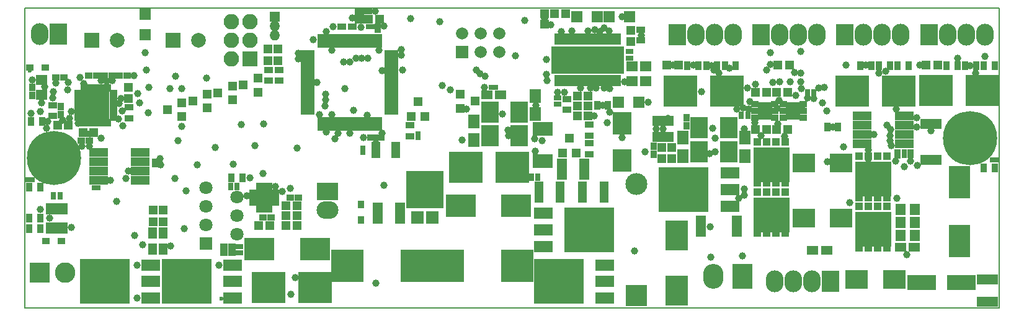
<source format=gbr>
G04 #@! TF.FileFunction,Soldermask,Top*
%FSLAX46Y46*%
G04 Gerber Fmt 4.6, Leading zero omitted, Abs format (unit mm)*
G04 Created by KiCad (PCBNEW 4.0.7) date 06/14/18 16:50:20*
%MOMM*%
%LPD*%
G01*
G04 APERTURE LIST*
%ADD10C,0.100000*%
%ADD11C,0.150000*%
%ADD12R,1.000000X0.900000*%
%ADD13R,0.900000X1.000000*%
%ADD14R,1.300000X0.900000*%
%ADD15R,1.150000X1.200000*%
%ADD16R,1.200000X1.150000*%
%ADD17R,1.650000X1.400000*%
%ADD18R,0.900000X1.300000*%
%ADD19R,1.100000X0.650000*%
%ADD20R,0.650000X1.100000*%
%ADD21R,2.125000X2.125000*%
%ADD22R,4.500000X4.500000*%
%ADD23R,0.700000X0.750000*%
%ADD24R,0.750000X0.700000*%
%ADD25R,2.000000X2.000000*%
%ADD26C,2.000000*%
%ADD27R,4.150000X3.100000*%
%ADD28R,3.100000X4.150000*%
%ADD29R,3.900000X2.000000*%
%ADD30R,2.900000X1.400000*%
%ADD31R,2.900000X4.400000*%
%ADD32R,1.400000X1.650000*%
%ADD33R,1.200000X1.200000*%
%ADD34R,1.500000X1.500000*%
%ADD35R,1.300000X1.200000*%
%ADD36R,1.800000X1.670000*%
%ADD37R,5.120000X5.200000*%
%ADD38R,3.000000X3.000000*%
%ADD39O,3.000000X3.000000*%
%ADD40R,4.641800X4.210000*%
%ADD41R,0.700000X1.850000*%
%ADD42C,7.400000*%
%ADD43R,2.100000X2.100000*%
%ADD44O,2.100000X2.100000*%
%ADD45R,1.400000X1.400000*%
%ADD46O,1.400000X1.400000*%
%ADD47R,2.750000X3.400000*%
%ADD48O,2.750000X3.400000*%
%ADD49C,1.670000*%
%ADD50R,1.670000X1.670000*%
%ADD51R,2.400000X3.000000*%
%ADD52O,2.400000X3.000000*%
%ADD53R,0.680000X0.830000*%
%ADD54R,1.300000X2.900000*%
%ADD55R,2.600000X3.100000*%
%ADD56R,3.100000X2.600000*%
%ADD57R,1.030000X0.850000*%
%ADD58R,1.200000X1.450000*%
%ADD59R,4.910000X4.750000*%
%ADD60R,1.100000X1.100000*%
%ADD61R,1.200000X1.300000*%
%ADD62R,2.600000X1.600000*%
%ADD63R,6.800000X6.200000*%
%ADD64R,0.830000X0.680000*%
%ADD65R,0.800000X1.000000*%
%ADD66R,1.000000X0.800000*%
%ADD67R,1.400000X2.900000*%
%ADD68R,2.599640X1.197560*%
%ADD69R,0.950000X1.900000*%
%ADD70R,1.900000X0.950000*%
%ADD71R,1.050000X1.620000*%
%ADD72R,1.213000X0.705000*%
%ADD73R,0.705000X1.213000*%
%ADD74R,2.254000X2.254000*%
%ADD75R,1.797000X1.797000*%
%ADD76C,1.797000*%
%ADD77R,1.050000X1.460000*%
%ADD78R,0.800000X1.500000*%
%ADD79R,1.500000X1.290000*%
%ADD80R,1.149300X0.699720*%
%ADD81R,3.000000X2.400000*%
%ADD82O,3.000000X2.400000*%
%ADD83C,2.800000*%
%ADD84R,2.800000X2.800000*%
%ADD85R,1.000000X0.850000*%
%ADD86R,0.850000X1.000000*%
%ADD87R,1.300000X1.600000*%
%ADD88R,1.650000X1.900000*%
%ADD89R,1.600000X1.150000*%
%ADD90R,2.400000X2.900000*%
%ADD91C,1.000000*%
%ADD92C,0.800000*%
%ADD93C,0.600000*%
G04 APERTURE END LIST*
D10*
D11*
X25000000Y-164000000D02*
X25000000Y-123000000D01*
X158000000Y-164000000D02*
X25000000Y-164000000D01*
X158000000Y-123000000D02*
X158000000Y-164000000D01*
X25000000Y-123000000D02*
X158000000Y-123000000D01*
D12*
X35790000Y-132250000D03*
X36890000Y-132250000D03*
D13*
X29920000Y-137570000D03*
X29920000Y-136470000D03*
D12*
X30310000Y-132540000D03*
X29210000Y-132540000D03*
X33740000Y-132250000D03*
X34840000Y-132250000D03*
X37840000Y-132250000D03*
X38940000Y-132250000D03*
X32710000Y-141110000D03*
X33810000Y-141110000D03*
D14*
X28770000Y-137790000D03*
X28770000Y-136290000D03*
D15*
X39150000Y-133870000D03*
X39150000Y-135370000D03*
D16*
X29440000Y-139000000D03*
X30940000Y-139000000D03*
D17*
X27310000Y-134880000D03*
X27310000Y-132880000D03*
D18*
X27330000Y-138540000D03*
X25830000Y-138540000D03*
D14*
X39200000Y-136570000D03*
X39200000Y-138070000D03*
D19*
X32250000Y-134560000D03*
X32250000Y-135060000D03*
X32250000Y-135560000D03*
X32250000Y-136060000D03*
X32250000Y-136560000D03*
X32250000Y-137060000D03*
X32250000Y-137560000D03*
X32250000Y-138060000D03*
D20*
X32900000Y-138710000D03*
X33400000Y-138710000D03*
X33900000Y-138710000D03*
X34400000Y-138710000D03*
X34900000Y-138710000D03*
X35400000Y-138710000D03*
X35900000Y-138710000D03*
X36400000Y-138710000D03*
D19*
X37050000Y-138060000D03*
X37050000Y-137560000D03*
X37050000Y-137060000D03*
X37050000Y-136560000D03*
X37050000Y-136060000D03*
X37050000Y-135560000D03*
X37050000Y-135060000D03*
X37050000Y-134560000D03*
D20*
X36400000Y-133910000D03*
X35900000Y-133910000D03*
X35400000Y-133910000D03*
X34900000Y-133910000D03*
X34400000Y-133910000D03*
X33900000Y-133910000D03*
X33400000Y-133910000D03*
X32900000Y-133910000D03*
D21*
X35512500Y-137172500D03*
X35512500Y-135447500D03*
X33787500Y-137172500D03*
X33787500Y-135447500D03*
D22*
X78500000Y-158250000D03*
X69000000Y-158250000D03*
D23*
X35010000Y-147590000D03*
X34450000Y-147590000D03*
D24*
X145040000Y-142640000D03*
X145040000Y-143200000D03*
D25*
X45200000Y-127450000D03*
D26*
X48700000Y-127450000D03*
D23*
X70920000Y-123420000D03*
X70360000Y-123420000D03*
X70920000Y-124120000D03*
X70360000Y-124120000D03*
X70920000Y-124820000D03*
X70360000Y-124820000D03*
D16*
X71920000Y-124530000D03*
X73420000Y-124530000D03*
D23*
X71920000Y-125560000D03*
X72480000Y-125560000D03*
D24*
X71090000Y-142180000D03*
X71090000Y-142740000D03*
X78670000Y-140750000D03*
X78670000Y-140190000D03*
D16*
X62130000Y-151410000D03*
X60630000Y-151410000D03*
D12*
X61230000Y-148960000D03*
X62330000Y-148960000D03*
D16*
X62130000Y-150060000D03*
X60630000Y-150060000D03*
X62130000Y-152760000D03*
X60630000Y-152760000D03*
D12*
X57520000Y-151650000D03*
X58620000Y-151650000D03*
D16*
X58430000Y-152750000D03*
X56930000Y-152750000D03*
D27*
X64565000Y-155960000D03*
X57015000Y-155960000D03*
D12*
X52190000Y-156450000D03*
X53290000Y-156450000D03*
X52190000Y-155600000D03*
X53290000Y-155600000D03*
D28*
X113990000Y-161625000D03*
X113990000Y-154075000D03*
D27*
X84515000Y-150050000D03*
X92065000Y-150050000D03*
D23*
X88670000Y-133890000D03*
X89230000Y-133890000D03*
D25*
X34100000Y-127450000D03*
D26*
X37600000Y-127450000D03*
D15*
X113250000Y-142100000D03*
X113250000Y-143600000D03*
X111900000Y-142100000D03*
X111900000Y-143600000D03*
D13*
X110800000Y-143000000D03*
X110800000Y-141900000D03*
X115290000Y-137980000D03*
X115290000Y-139080000D03*
D16*
X127610000Y-139640000D03*
X129110000Y-139640000D03*
X126250000Y-134540000D03*
X124750000Y-134540000D03*
X127600000Y-134540000D03*
X129100000Y-134540000D03*
X126260000Y-139640000D03*
X124760000Y-139640000D03*
D23*
X157040000Y-143780000D03*
X157600000Y-143780000D03*
D16*
X98820000Y-123750000D03*
X97320000Y-123750000D03*
D15*
X95970000Y-123750000D03*
X95970000Y-125250000D03*
D29*
X147440000Y-160510000D03*
X152840000Y-160510000D03*
D17*
X109740000Y-133010000D03*
X109740000Y-131010000D03*
X107910000Y-133010000D03*
X107910000Y-131010000D03*
D16*
X100390000Y-136390000D03*
X101890000Y-136390000D03*
D30*
X156400000Y-163150000D03*
X156400000Y-160150000D03*
D31*
X152590000Y-146820000D03*
X152590000Y-154820000D03*
D32*
X144490000Y-154130000D03*
X146490000Y-154130000D03*
X144490000Y-152330000D03*
X146490000Y-152330000D03*
X144490000Y-150530000D03*
X146490000Y-150530000D03*
D16*
X100380000Y-135030000D03*
X101880000Y-135030000D03*
X100390000Y-137750000D03*
X101890000Y-137750000D03*
D15*
X107680000Y-127610000D03*
X107680000Y-126110000D03*
D33*
X59540000Y-130250000D03*
X59540000Y-128650000D03*
D34*
X41400000Y-126700000D03*
X41400000Y-123900000D03*
D35*
X46430000Y-137840000D03*
X46430000Y-135940000D03*
X44430000Y-136890000D03*
X49890000Y-136690000D03*
X49890000Y-134790000D03*
X47890000Y-135740000D03*
X53340000Y-135590000D03*
X53340000Y-133690000D03*
X51340000Y-134640000D03*
X56790000Y-134500000D03*
X56790000Y-132600000D03*
X54790000Y-133550000D03*
D36*
X80620000Y-151660000D03*
D37*
X79580000Y-147860000D03*
D36*
X78540000Y-151660000D03*
D38*
X108490000Y-162350000D03*
D39*
X108490000Y-147110000D03*
D33*
X114240000Y-130850000D03*
X112640000Y-130850000D03*
X58190000Y-130250000D03*
X58190000Y-128650000D03*
X149600000Y-130850000D03*
X148000000Y-130850000D03*
X129360000Y-130850000D03*
X127760000Y-130850000D03*
D34*
X100320000Y-124250000D03*
X103120000Y-124250000D03*
X107560000Y-124250000D03*
X104760000Y-124250000D03*
X105970000Y-135890000D03*
X108770000Y-135890000D03*
D40*
X58272300Y-161210000D03*
X64647700Y-161210000D03*
X120817700Y-134340000D03*
X114442300Y-134340000D03*
X149322300Y-134320000D03*
X155697700Y-134320000D03*
X137892300Y-134330000D03*
X144267700Y-134330000D03*
D41*
X96670000Y-139530000D03*
X96170000Y-139530000D03*
X95670000Y-139530000D03*
X95170000Y-139530000D03*
X94670000Y-139530000D03*
X94670000Y-143930000D03*
X95170000Y-143930000D03*
X95670000Y-143930000D03*
X96170000Y-143930000D03*
X96670000Y-143930000D03*
D42*
X154010000Y-140810000D03*
D43*
X55690000Y-129950000D03*
D44*
X53150000Y-129950000D03*
X55690000Y-127410000D03*
X53150000Y-127410000D03*
X55690000Y-124870000D03*
X53150000Y-124870000D03*
D45*
X59090000Y-124250000D03*
D46*
X59090000Y-125520000D03*
X59090000Y-126790000D03*
D47*
X122950000Y-159700000D03*
D48*
X118990000Y-159700000D03*
D49*
X84690000Y-126480000D03*
X87230000Y-126480000D03*
X89770000Y-126480000D03*
D50*
X84690000Y-129020000D03*
D49*
X87230000Y-129020000D03*
X89770000Y-129020000D03*
D51*
X125520000Y-126650000D03*
D52*
X128060000Y-126650000D03*
X130600000Y-126650000D03*
X133140000Y-126650000D03*
D51*
X114080000Y-126650000D03*
D52*
X116620000Y-126650000D03*
X119160000Y-126650000D03*
X121700000Y-126650000D03*
D51*
X136950000Y-126650000D03*
D52*
X139490000Y-126650000D03*
X142030000Y-126650000D03*
X144570000Y-126650000D03*
D51*
X148400000Y-126650000D03*
D52*
X150940000Y-126650000D03*
X153480000Y-126650000D03*
X156020000Y-126650000D03*
D53*
X71560000Y-123470000D03*
X72080000Y-123470000D03*
D54*
X98040000Y-148200000D03*
X95140000Y-148200000D03*
D22*
X92240000Y-158250000D03*
X82740000Y-158250000D03*
D54*
X101120000Y-148200000D03*
X104020000Y-148200000D03*
D55*
X106500000Y-143850000D03*
X106500000Y-138750000D03*
D56*
X136400000Y-144150000D03*
X131300000Y-144150000D03*
X136400000Y-151700000D03*
X131300000Y-151700000D03*
X143650000Y-160150000D03*
X138550000Y-160150000D03*
D57*
X131200000Y-138040000D03*
X131200000Y-137090000D03*
X131200000Y-136140000D03*
X128520000Y-136140000D03*
X128520000Y-137090000D03*
X128520000Y-138040000D03*
D58*
X129460000Y-136565000D03*
X129460000Y-137615000D03*
X130260000Y-136565000D03*
X130260000Y-137615000D03*
D57*
X127350000Y-138040000D03*
X127350000Y-137090000D03*
X127350000Y-136140000D03*
X124670000Y-136140000D03*
X124670000Y-137090000D03*
X124670000Y-138040000D03*
D58*
X125610000Y-136565000D03*
X125610000Y-137615000D03*
X126410000Y-136565000D03*
X126410000Y-137615000D03*
D59*
X126900000Y-151290000D03*
D60*
X126265000Y-148160000D03*
X127535000Y-148160000D03*
X128805000Y-148160000D03*
X124995000Y-148160000D03*
X124995000Y-153760000D03*
X128805000Y-153760000D03*
X127535000Y-153760000D03*
X126265000Y-153760000D03*
D59*
X126900000Y-144440000D03*
D60*
X126265000Y-141310000D03*
X127535000Y-141310000D03*
X128805000Y-141310000D03*
X124995000Y-141310000D03*
X124995000Y-146910000D03*
X128805000Y-146910000D03*
X127535000Y-146910000D03*
X126265000Y-146910000D03*
D59*
X140790000Y-153280000D03*
D60*
X140155000Y-150150000D03*
X141425000Y-150150000D03*
X142695000Y-150150000D03*
X138885000Y-150150000D03*
X138885000Y-155750000D03*
X142695000Y-155750000D03*
X141425000Y-155750000D03*
X140155000Y-155750000D03*
D59*
X140790000Y-146430000D03*
D60*
X140155000Y-143300000D03*
X141425000Y-143300000D03*
X142695000Y-143300000D03*
X138885000Y-143300000D03*
X138885000Y-148900000D03*
X142695000Y-148900000D03*
X141425000Y-148900000D03*
X140155000Y-148900000D03*
D61*
X77690000Y-137800000D03*
X79590000Y-137800000D03*
X78640000Y-135800000D03*
D62*
X53340000Y-162680000D03*
X53340000Y-160400000D03*
X53340000Y-158120000D03*
D63*
X47040000Y-160400000D03*
D62*
X42190000Y-162680000D03*
X42190000Y-160400000D03*
X42190000Y-158120000D03*
D63*
X35890000Y-160400000D03*
D61*
X98370000Y-142800000D03*
X100270000Y-142800000D03*
X99320000Y-140800000D03*
D62*
X95740000Y-151070000D03*
X95740000Y-153350000D03*
X95740000Y-155630000D03*
D63*
X102040000Y-153350000D03*
D62*
X104140000Y-162680000D03*
X104140000Y-160400000D03*
X104140000Y-158120000D03*
D63*
X97840000Y-160400000D03*
D62*
X121240000Y-150080000D03*
X121240000Y-147800000D03*
X121240000Y-145520000D03*
D63*
X114940000Y-147800000D03*
D64*
X145910000Y-142690000D03*
X145910000Y-143210000D03*
D14*
X59690000Y-132950000D03*
X59690000Y-131450000D03*
D64*
X42740000Y-144480000D03*
X42740000Y-143960000D03*
X144120000Y-143220000D03*
X144120000Y-142700000D03*
D53*
X69910000Y-125560000D03*
X69390000Y-125560000D03*
X67970000Y-125580000D03*
X68490000Y-125580000D03*
D64*
X73190000Y-125520000D03*
X73190000Y-126040000D03*
D53*
X72090000Y-140710000D03*
X72610000Y-140710000D03*
X73770000Y-140700000D03*
X73250000Y-140700000D03*
D14*
X77590000Y-140550000D03*
X77590000Y-139050000D03*
D18*
X25600000Y-153190000D03*
X27100000Y-153190000D03*
X27100000Y-151740000D03*
X25600000Y-151740000D03*
D65*
X28900000Y-148700000D03*
X29800000Y-148700000D03*
X53050000Y-147410000D03*
X53950000Y-147410000D03*
D66*
X54240000Y-156500000D03*
X54240000Y-155600000D03*
D65*
X94120000Y-146100000D03*
X95020000Y-146100000D03*
D18*
X54700000Y-146210000D03*
X53200000Y-146210000D03*
D67*
X117290000Y-152850000D03*
X122190000Y-152850000D03*
D18*
X155900000Y-144850000D03*
X157400000Y-144850000D03*
D65*
X123680000Y-137710000D03*
X122780000Y-137710000D03*
D30*
X148690000Y-143770000D03*
X148690000Y-138870000D03*
D65*
X131820000Y-134630000D03*
X132720000Y-134630000D03*
D18*
X120540000Y-130900000D03*
X122040000Y-130900000D03*
X117990000Y-130900000D03*
X119490000Y-130900000D03*
X157400000Y-130890000D03*
X155900000Y-130890000D03*
X154850000Y-130890000D03*
X153350000Y-130890000D03*
X144140000Y-130900000D03*
X145640000Y-130900000D03*
X141590000Y-130900000D03*
X143090000Y-130900000D03*
D14*
X58240000Y-132950000D03*
X58240000Y-131450000D03*
D18*
X115440000Y-130900000D03*
X116940000Y-130900000D03*
X152300000Y-130890000D03*
X150800000Y-130890000D03*
X139040000Y-130900000D03*
X140540000Y-130900000D03*
D66*
X107490000Y-129850000D03*
X107490000Y-128950000D03*
D18*
X104610000Y-136340000D03*
X103110000Y-136340000D03*
D14*
X102000000Y-143000000D03*
X102000000Y-141500000D03*
X102000000Y-138950000D03*
X102000000Y-140450000D03*
X98960000Y-135440000D03*
X98960000Y-136940000D03*
X109090000Y-125950000D03*
X109090000Y-127450000D03*
D66*
X97750000Y-135290000D03*
X97750000Y-136190000D03*
D68*
X40767660Y-146582460D03*
X40767660Y-145312460D03*
X40767660Y-144047540D03*
X40767660Y-142777540D03*
X35032340Y-142777540D03*
X35032340Y-144047540D03*
X35032340Y-145312460D03*
X35032340Y-146582460D03*
X145057660Y-141582460D03*
X145057660Y-140312460D03*
X145057660Y-139047540D03*
X145057660Y-137777540D03*
X139322340Y-137777540D03*
X139322340Y-139047540D03*
X139322340Y-140312460D03*
X139322340Y-141582460D03*
D69*
X65330000Y-138890000D03*
X66130000Y-138890000D03*
X66930000Y-138890000D03*
X67730000Y-138890000D03*
X68530000Y-138890000D03*
X69330000Y-138890000D03*
X70130000Y-138890000D03*
X70930000Y-138890000D03*
X71730000Y-138890000D03*
X72530000Y-138890000D03*
X73330000Y-138890000D03*
D70*
X75030000Y-137190000D03*
X75030000Y-136390000D03*
X75030000Y-135590000D03*
X75030000Y-134790000D03*
X75030000Y-133990000D03*
X75030000Y-133190000D03*
X75030000Y-132390000D03*
X75030000Y-131590000D03*
X75030000Y-130790000D03*
X75030000Y-129990000D03*
X75030000Y-129190000D03*
D69*
X73330000Y-127490000D03*
X72530000Y-127490000D03*
X71730000Y-127490000D03*
X70930000Y-127490000D03*
X70130000Y-127490000D03*
X69330000Y-127490000D03*
X68530000Y-127490000D03*
X67730000Y-127490000D03*
X66930000Y-127490000D03*
X66130000Y-127490000D03*
X65330000Y-127490000D03*
D70*
X63630000Y-129190000D03*
X63630000Y-129990000D03*
X63630000Y-130790000D03*
X63630000Y-131590000D03*
X63630000Y-132390000D03*
X63630000Y-133190000D03*
X63630000Y-133990000D03*
X63630000Y-134790000D03*
X63630000Y-135590000D03*
X63630000Y-136390000D03*
X63630000Y-137190000D03*
D71*
X28400000Y-153040000D03*
X29350000Y-153040000D03*
X30300000Y-153040000D03*
X30300000Y-150420000D03*
X29350000Y-150420000D03*
X28400000Y-150420000D03*
D72*
X56202000Y-148160000D03*
X56202000Y-148660000D03*
X56202000Y-149160000D03*
X56202000Y-149660000D03*
D73*
X56900000Y-150358000D03*
X57400000Y-150358000D03*
X57900000Y-150358000D03*
X58400000Y-150358000D03*
D72*
X59098000Y-149660000D03*
X59098000Y-149160000D03*
X59098000Y-148660000D03*
X59098000Y-148160000D03*
D73*
X58400000Y-147462000D03*
X57900000Y-147462000D03*
X57400000Y-147462000D03*
X56900000Y-147462000D03*
D74*
X57650000Y-148910000D03*
D75*
X49724000Y-155220000D03*
D76*
X53915000Y-153950000D03*
X49724000Y-152680000D03*
X53915000Y-151410000D03*
X49724000Y-150140000D03*
X53915000Y-148870000D03*
X49724000Y-147600000D03*
D35*
X84420000Y-134810000D03*
X84420000Y-136710000D03*
X86420000Y-135760000D03*
D77*
X113050000Y-138400000D03*
X112100000Y-138400000D03*
X111150000Y-138400000D03*
X111150000Y-140600000D03*
X113050000Y-140600000D03*
X112100000Y-140600000D03*
D78*
X97595000Y-132960000D03*
X98245000Y-132960000D03*
X98895000Y-132960000D03*
X99545000Y-132960000D03*
X100195000Y-132960000D03*
X100845000Y-132960000D03*
X101495000Y-132960000D03*
X102145000Y-132960000D03*
X102795000Y-132960000D03*
X103445000Y-132960000D03*
X104095000Y-132960000D03*
X104745000Y-132960000D03*
X105395000Y-132960000D03*
X106045000Y-132960000D03*
X106045000Y-127260000D03*
X105395000Y-127260000D03*
X104745000Y-127260000D03*
X104095000Y-127260000D03*
X103445000Y-127260000D03*
X102795000Y-127260000D03*
X102145000Y-127260000D03*
X101495000Y-127260000D03*
X100845000Y-127260000D03*
X100195000Y-127260000D03*
X99545000Y-127260000D03*
X98895000Y-127260000D03*
X98245000Y-127260000D03*
X97595000Y-127260000D03*
D79*
X106045000Y-131385000D03*
X106045000Y-130535000D03*
X106045000Y-128835000D03*
X106045000Y-129685000D03*
X104988750Y-129685000D03*
X104988750Y-128835000D03*
X104988750Y-130535000D03*
X104988750Y-131385000D03*
X103932500Y-131385000D03*
X103932500Y-130535000D03*
X103932500Y-128835000D03*
X103932500Y-129685000D03*
X102876250Y-129685000D03*
X102876250Y-128835000D03*
X102876250Y-130535000D03*
X102876250Y-131385000D03*
X101820000Y-131385000D03*
X101820000Y-130535000D03*
X101820000Y-128835000D03*
X101820000Y-129685000D03*
X100763750Y-129685000D03*
X100763750Y-128835000D03*
X100763750Y-130535000D03*
X100763750Y-131385000D03*
X99707500Y-131385000D03*
X99707500Y-130535000D03*
X99707500Y-128835000D03*
X99707500Y-129685000D03*
X98651250Y-129685000D03*
X98651250Y-128835000D03*
X98651250Y-130535000D03*
X98651250Y-131385000D03*
X97595000Y-131385000D03*
X97595000Y-130535000D03*
X97595000Y-128835000D03*
X97595000Y-129685000D03*
D80*
X72875860Y-141650700D03*
X72875860Y-142151080D03*
X72875860Y-142648920D03*
X72875860Y-143149300D03*
X75624140Y-143149300D03*
X75624140Y-142648920D03*
X75624140Y-142151080D03*
X75624140Y-141650700D03*
D23*
X25400000Y-146450000D03*
X25960000Y-146450000D03*
D40*
X85142300Y-144800000D03*
X91517700Y-144800000D03*
D42*
X29000000Y-143500000D03*
D18*
X25600000Y-147520000D03*
X27100000Y-147520000D03*
D81*
X66330000Y-148100000D03*
D82*
X66330000Y-150640000D03*
D51*
X29550000Y-126600000D03*
D52*
X27010000Y-126600000D03*
D83*
X30500000Y-159200000D03*
D84*
X27000000Y-159200000D03*
D85*
X27750000Y-131150000D03*
X25650000Y-131150000D03*
X27850000Y-154900000D03*
X29950000Y-154900000D03*
D86*
X70880000Y-149900000D03*
X70880000Y-152000000D03*
D33*
X42540000Y-152240000D03*
X42540000Y-150640000D03*
X43890000Y-152250000D03*
X43890000Y-150650000D03*
D87*
X42390000Y-155990000D03*
X42390000Y-153790000D03*
X43840000Y-156000000D03*
X43840000Y-153800000D03*
D67*
X73170000Y-151050000D03*
X76170000Y-151050000D03*
X98320000Y-145050000D03*
X101320000Y-145050000D03*
D88*
X94700000Y-137530000D03*
X94700000Y-135030000D03*
X86250000Y-141060000D03*
X86250000Y-138560000D03*
X123280000Y-143260000D03*
X123280000Y-140760000D03*
X114830000Y-143250000D03*
X114830000Y-140750000D03*
D89*
X146390000Y-155700000D03*
X144490000Y-155700000D03*
X132520000Y-156130000D03*
X134420000Y-156130000D03*
X88020000Y-134910000D03*
X89920000Y-134910000D03*
D90*
X117050000Y-142650000D03*
X121050000Y-142650000D03*
X88470000Y-137210000D03*
X92470000Y-137210000D03*
X92470000Y-140460000D03*
X88470000Y-140460000D03*
X117050000Y-139400000D03*
X121050000Y-139400000D03*
D13*
X25980000Y-134950000D03*
X25980000Y-133850000D03*
D18*
X136010000Y-139240000D03*
X134510000Y-139240000D03*
D16*
X34410000Y-140010000D03*
X32910000Y-140010000D03*
D51*
X134950000Y-160350000D03*
D52*
X132410000Y-160350000D03*
X129870000Y-160350000D03*
X127330000Y-160350000D03*
D91*
X28910000Y-134470000D03*
X40400000Y-134750000D03*
X45900000Y-141170000D03*
X50990000Y-142080000D03*
X62190000Y-142140000D03*
X56400000Y-141830000D03*
X54570000Y-138930000D03*
X57570000Y-138880000D03*
X74010000Y-147280000D03*
X69850000Y-137010000D03*
X68680000Y-134010000D03*
X40000000Y-154100000D03*
X81660000Y-124890000D03*
X91970000Y-129570000D03*
X93240000Y-124760000D03*
X77660000Y-124480000D03*
X45540000Y-132340000D03*
X41540000Y-131450000D03*
X41790000Y-137360000D03*
X37540000Y-149420000D03*
X46780000Y-153150000D03*
X47000000Y-148010000D03*
X48490000Y-144440000D03*
X53460000Y-144330000D03*
X49760000Y-132620000D03*
X41440000Y-129150000D03*
X41940000Y-133860000D03*
X44770000Y-134020000D03*
X46420000Y-133990000D03*
X122410000Y-148980000D03*
X117330000Y-134450000D03*
X87680000Y-133900000D03*
X94670000Y-142550000D03*
X126248909Y-131521091D03*
X123975028Y-135790010D03*
X134480000Y-137070000D03*
X146740000Y-139240000D03*
X143876446Y-143973554D03*
X140120000Y-142450000D03*
X133830000Y-135950000D03*
X130070000Y-131800000D03*
X36680000Y-146600000D03*
X43520000Y-144450000D03*
X57460000Y-145630000D03*
X61230000Y-147640000D03*
X71200000Y-140740000D03*
X72875860Y-141510000D03*
X73788316Y-140129999D03*
X83100000Y-134210000D03*
X74020000Y-125490000D03*
X69670000Y-124340000D03*
X67040000Y-125530000D03*
X33720000Y-135550000D03*
X25830000Y-137450000D03*
X119004779Y-131524908D03*
X109680000Y-142680000D03*
D92*
X112810000Y-138010000D03*
D91*
X123020000Y-136640000D03*
X121200000Y-131250000D03*
X129480000Y-133059999D03*
X146710000Y-138050000D03*
X145040000Y-144670000D03*
X143960000Y-136820000D03*
X147120000Y-130820000D03*
X154000000Y-130890000D03*
X142520000Y-131670000D03*
X71740000Y-137670000D03*
X73780000Y-131590000D03*
X66890000Y-128800000D03*
X70910000Y-125610000D03*
X64900000Y-133210000D03*
X72800000Y-123480000D03*
X61930000Y-159850000D03*
X72920000Y-160590000D03*
X55700000Y-146190000D03*
X118620000Y-157050000D03*
X90140000Y-137480000D03*
X122940000Y-156880000D03*
X25980000Y-132860000D03*
X39880000Y-132240000D03*
X29210000Y-133280000D03*
X32490000Y-132470000D03*
D93*
X25650000Y-131580000D03*
D91*
X27980000Y-139440000D03*
X32760000Y-141900000D03*
X44850000Y-155540000D03*
D93*
X51850000Y-162770000D03*
D91*
X119250000Y-142650000D03*
X123230000Y-139530000D03*
X156020000Y-129600000D03*
X145390000Y-156730000D03*
X123760000Y-136800000D03*
X123190000Y-147730000D03*
X96170000Y-130030000D03*
X134500000Y-144030000D03*
X123640000Y-133960000D03*
X104100000Y-125750000D03*
X95960000Y-124430000D03*
X96750000Y-125330000D03*
X106480000Y-124220000D03*
X102800000Y-126030000D03*
X106820000Y-133060000D03*
X102960000Y-133980000D03*
X103860000Y-136350000D03*
X98600000Y-134520000D03*
X104820000Y-137290000D03*
X104810000Y-133990000D03*
X152510000Y-146890000D03*
X144050000Y-149060000D03*
X146780000Y-144560000D03*
X102160000Y-133970000D03*
X102720000Y-137760000D03*
X46420000Y-139170000D03*
X27100000Y-150500000D03*
X65970000Y-136420000D03*
X87770000Y-132360000D03*
X130880000Y-133090000D03*
X154810000Y-131920000D03*
X87155891Y-132024014D03*
X141580000Y-131910000D03*
X130930000Y-131950000D03*
X66010000Y-135530000D03*
X86656890Y-131533081D03*
X118710000Y-130890000D03*
X66050686Y-134800686D03*
X113450000Y-130840000D03*
X116280000Y-130850000D03*
X108250000Y-156240000D03*
X118550000Y-152930000D03*
X95740000Y-155630000D03*
X152300000Y-129860000D03*
X126750000Y-129140000D03*
X126760000Y-130690000D03*
X35420000Y-132900000D03*
X134110000Y-133860000D03*
X143190000Y-139640000D03*
X94600000Y-140890000D03*
X68540000Y-130390000D03*
X60100000Y-148110000D03*
X39150000Y-145320000D03*
X98210000Y-126210000D03*
X123200000Y-148560000D03*
X128660000Y-140550000D03*
X140160000Y-143710000D03*
X125520000Y-140470000D03*
X99620000Y-126160000D03*
X127110000Y-133160000D03*
X103510000Y-126220000D03*
X137630000Y-149590000D03*
X101830000Y-126140000D03*
X136730000Y-142020000D03*
X41080000Y-155400000D03*
X40330000Y-162610000D03*
X135320000Y-139310000D03*
X104080000Y-133980000D03*
X104470000Y-138690000D03*
X109100000Y-126790000D03*
X104730000Y-126190000D03*
X100820000Y-133950000D03*
X97740000Y-134570000D03*
X143060000Y-141160000D03*
X96240000Y-132890000D03*
X66920000Y-137610000D03*
X84670000Y-141050000D03*
X91010000Y-140500000D03*
X31330000Y-137160000D03*
X27130000Y-137130000D03*
X124660000Y-138720000D03*
X124740000Y-133450000D03*
X106500000Y-140690000D03*
X131850000Y-135330000D03*
X120850000Y-134400000D03*
X122190000Y-136790000D03*
X132720000Y-135370000D03*
X71773646Y-129879990D03*
X35410000Y-140770000D03*
X111150000Y-139560000D03*
X112090000Y-139530000D03*
X148690000Y-139780000D03*
X81950000Y-133630000D03*
X137060000Y-130850000D03*
X139760000Y-130850000D03*
X118450002Y-142900000D03*
X67730000Y-140160000D03*
X65210000Y-137590000D03*
X119760000Y-131900000D03*
X130960000Y-134010000D03*
X66090000Y-140000000D03*
X62350000Y-129200000D03*
X70950000Y-129880000D03*
X62320000Y-130000000D03*
X70160000Y-129870000D03*
X73330000Y-128760000D03*
X130220000Y-135000000D03*
X76410000Y-129430000D03*
X127928312Y-135626131D03*
X76540000Y-131490000D03*
X145920000Y-143940000D03*
X140910000Y-140300000D03*
X64340000Y-127340000D03*
X43480000Y-143630000D03*
X142692460Y-139047540D03*
X66150000Y-126270000D03*
X67290000Y-140930000D03*
X28770000Y-135340000D03*
X30850000Y-134170000D03*
X31370000Y-153030000D03*
X69340000Y-140130000D03*
X143110000Y-140430000D03*
X76400000Y-128700000D03*
X96160000Y-132100000D03*
X110110000Y-135860000D03*
X126900000Y-151290000D03*
X147690000Y-160540000D03*
X136540000Y-151780000D03*
X33000000Y-133360000D03*
X33830000Y-140200000D03*
X30170000Y-138380000D03*
X33820000Y-141940000D03*
X27660000Y-133810000D03*
X30870000Y-133180000D03*
X38340000Y-139100000D03*
X38070000Y-135350000D03*
X55313511Y-148660000D03*
X119240000Y-140770000D03*
X45480000Y-146270000D03*
X38750000Y-146270000D03*
X36170000Y-133030000D03*
X133380000Y-133920000D03*
X143250000Y-141860000D03*
X95630000Y-141140000D03*
X69340000Y-130380000D03*
X59200000Y-147400000D03*
X118838554Y-139468554D03*
X127740000Y-138860000D03*
X131060002Y-136765002D03*
X127670000Y-136780000D03*
X128050000Y-133100000D03*
X130930000Y-128980000D03*
X85300000Y-136790000D03*
X94730000Y-136330000D03*
X90900000Y-139710000D03*
X61320000Y-162100000D03*
X28410000Y-151760000D03*
X51500000Y-158130000D03*
X40300000Y-158200000D03*
X38300000Y-137080000D03*
X37800000Y-138150000D03*
X40610000Y-136010000D03*
X36890000Y-132950000D03*
X37850000Y-136070000D03*
X27310000Y-135960000D03*
X31090000Y-138100000D03*
X28130000Y-138510000D03*
X32230000Y-138810000D03*
M02*

</source>
